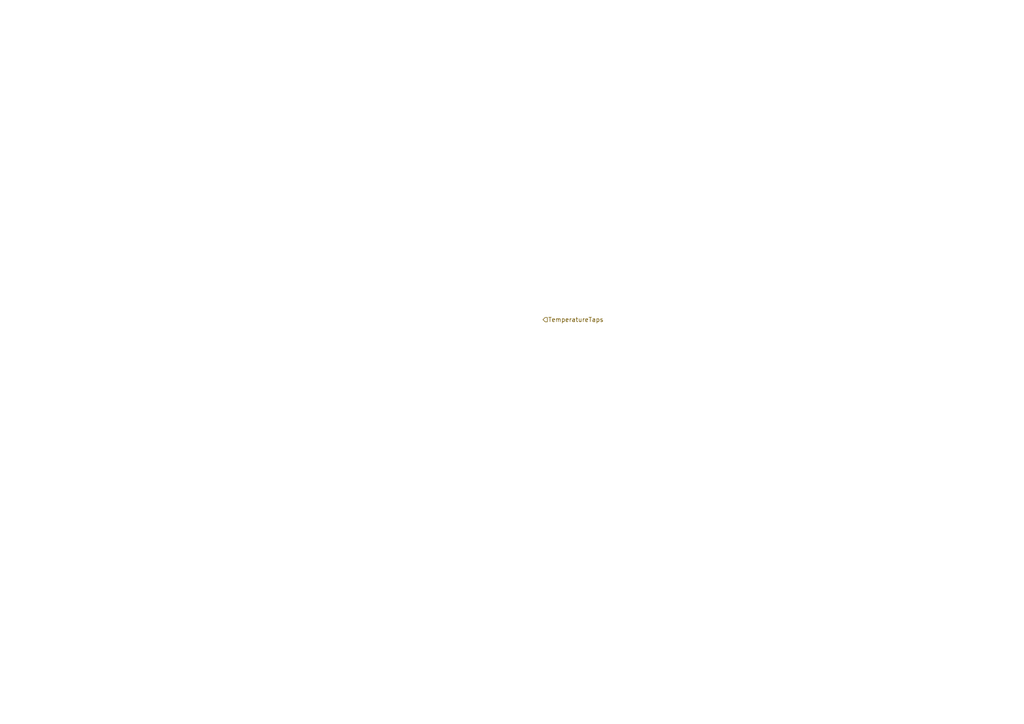
<source format=kicad_sch>
(kicad_sch
	(version 20250114)
	(generator "eeschema")
	(generator_version "9.0")
	(uuid "a75b9d60-efe3-42a6-8800-d99f3a66afe7")
	(paper "A4")
	(lib_symbols)
	(hierarchical_label "TemperatureTaps"
		(shape input)
		(at 157.48 92.71 0)
		(effects
			(font
				(size 1.27 1.27)
			)
			(justify left)
		)
		(uuid "640df541-d786-4fcc-9478-ea2582acf5be")
	)
)

</source>
